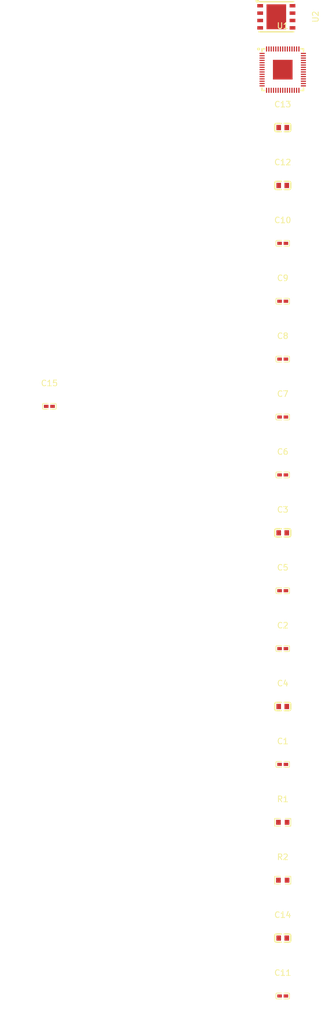
<source format=kicad_pcb>
(kicad_pcb (version 20241229) (generator "pcbnew") (generator_version "9.0")
  (layers (0 "F.Cu" signal) (2 "B.Cu" signal) (13 "F.Paste" user) (15 "B.Paste" user) (5 "F.SilkS" user "F.Silkscreen") (7 "B.SilkS" user "B.Silkscreen") (1 "F.Mask" user) (3 "B.Mask" user) (25 "Edge.Cuts" user))
  (net 0 "")
  (net 1 "GPIO8")
  (net 2 "GPIO21")
  (net 3 "USB_DP")
  (net 4 "RUN")
  (net 5 "line-5")
  (net 6 "VREG_AVDD")
  (net 7 "GPIO1")
  (net 8 "GPIO0")
  (net 9 "GPIO14")
  (net 10 "GPIO7")
  (net 11 "line-1")
  (net 12 "GPIO15")
  (net 13 "GPIO25")
  (net 14 "GPIO9")
  (net 15 "GPIO20")
  (net 16 "SWDIO")
  (net 17 "GPIO22")
  (net 18 "GPIO17")
  (net 19 "GPIO4")
  (net 20 "GPIO10")
  (net 21 "line-4")
  (net 22 "GPIO12")
  (net 23 "GPIO2")
  (net 24 "gnd")
  (net 25 "GPIO18")
  (net 26 "ADC_AVDD")
  (net 27 "USB_DM")
  (net 28 "XOUT")
  (net 29 "VREG_VIN")
  (net 30 "XIN")
  (net 31 "line-2")
  (net 32 "GPIO23")
  (net 33 "DVDD")
  (net 34 "GPIO16")
  (net 35 "VREG_FB")
  (net 36 "SWCLK")
  (net 37 "line-3")
  (net 38 "GPIO24")
  (net 39 "GPIO3")
  (net 40 "GPIO11")
  (net 41 "VREG_LX")
  (net 42 "GPIO6")
  (net 43 "line")
  (net 44 "GPIO19")
  (net 45 "GPIO5")
  (net 46 "GPIO13")
  (net 47 "QSPI_SD3")
  (net 48 "QSPI_SCLK")
  (net 49 "QSPI_SS")
  (net 50 "QSPI_SD1")
  (net 51 "QSPI_SD0")
  (net 52 "QSPI_SD2")
  (footprint "atopile:WSON-8_L5.0-W6.0-P1.27-BL-EP-01121c" (layer "F.Cu") (at 124.67 26.96 -90)
    (property "Reference" "U2" (at 0 -6.8 90) (layer "F.SilkS"))
    (property "Value" "")
    (fp_line (start -2.6 3) (end -2.6 -3) (stroke (width 0.25)) (layer "F.SilkS"))
    (fp_line (start 2.6 3) (end 2.6 -3) (stroke (width 0.25)) (layer "F.SilkS"))
    (fp_arc (start -2.75 3.3) (mid -2.75 3.3) (end -2.75 3.3) (stroke (width 0.3)) (layer "F.SilkS"))
    (fp_text user "${REFERENCE}" (at 0 -6.8 90) (layer "F.SilkS"))
    (pad "1" smd rect (at -1.91 2.8 90) (size 0.6 1) (layers "F.Cu" "F.Mask" "F.Paste") (net 49 "QSPI_SS"))
    (pad "2" smd rect (at -0.63 2.8 90) (size 0.6 1) (layers "F.Cu" "F.Mask" "F.Paste") (net 50 "QSPI_SD1"))
    (pad "3" smd rect (at 0.64 2.8 90) (size 0.6 1) (layers "F.Cu" "F.Mask" "F.Paste") (net 52 "QSPI_SD2"))
    (pad "4" smd rect (at 1.91 2.8 90) (size 0.6 1) (layers "F.Cu" "F.Mask" "F.Paste") (net 24 "gnd"))
    (pad "5" smd rect (at 1.91 -2.8 270) (size 0.6 1) (layers "F.Cu" "F.Mask" "F.Paste") (net 51 "QSPI_SD0"))
    (pad "6" smd rect (at 0.64 -2.8 270) (size 0.6 1) (layers "F.Cu" "F.Mask" "F.Paste") (net 48 "QSPI_SCLK"))
    (pad "7" smd rect (at -0.63 -2.8 270) (size 0.6 1) (layers "F.Cu" "F.Mask" "F.Paste") (net 47 "QSPI_SD3"))
    (pad "8" smd rect (at -1.91 -2.8 270) (size 0.6 1) (layers "F.Cu" "F.Mask" "F.Paste") (net 29 "VREG_VIN"))
    (pad "9" smd rect (at 0 0 90) (size 4.3 3.4) (layers "F.Cu" "F.Mask" "F.Paste") (net 24 "gnd"))
  )
  (footprint "atopile:C0402-b3ef17" (layer "F.Cu") (at 125.78 106.09)
    (property "Reference" "C6" (at 0 -4 0) (layer "F.SilkS"))
    (property "Value" "100nF ±10% 16V X7R")
    (fp_line (start -1.17 0.35) (end -1.17 -0.35) (stroke (width 0.15)) (layer "F.SilkS"))
    (fp_line (start -1.02 -0.5) (end -0.23 -0.5) (stroke (width 0.15)) (layer "F.SilkS"))
    (fp_line (start -0.23 0.5) (end -1.02 0.5) (stroke (width 0.15)) (layer "F.SilkS"))
    (fp_line (start 0.23 0.5) (end 1.02 0.5) (stroke (width 0.15)) (layer "F.SilkS"))
    (fp_line (start 1.02 -0.5) (end 0.23 -0.5) (stroke (width 0.15)) (layer "F.SilkS"))
    (fp_line (start 1.17 0.35) (end 1.17 -0.35) (stroke (width 0.15)) (layer "F.SilkS"))
    (fp_arc (start -1.17 -0.35) (mid -1.126066 -0.456066) (end -1.02 -0.5) (stroke (width 0.15)) (layer "F.SilkS"))
    (fp_arc (start -1.02 0.5) (mid -1.126066 0.456066) (end -1.17 0.35) (stroke (width 0.15)) (layer "F.SilkS"))
    (fp_arc (start 1.02 -0.5) (mid 1.126066 -0.456066) (end 1.17 -0.35) (stroke (width 0.15)) (layer "F.SilkS"))
    (fp_arc (start 1.17 0.35) (mid 1.126066 0.456066) (end 1.02 0.5) (stroke (width 0.15)) (layer "F.SilkS"))
    (fp_text user "${REFERENCE}" (at 0 -4 0) (layer "F.SilkS"))
    (pad "1" smd rect (at -0.55 0) (size 0.79 0.54) (layers "F.Cu" "F.Mask" "F.Paste") (net 29 "VREG_VIN"))
    (pad "2" smd rect (at 0.55 0) (size 0.79 0.54) (layers "F.Cu" "F.Mask" "F.Paste") (net 24 "gnd"))
  )
  (footprint "atopile:C0402-b3ef17" (layer "F.Cu") (at 125.78 76.09)
    (property "Reference" "C9" (at 0 -4 0) (layer "F.SilkS"))
    (property "Value" "100nF ±10% 16V X7R")
    (fp_line (start -1.17 0.35) (end -1.17 -0.35) (stroke (width 0.15)) (layer "F.SilkS"))
    (fp_line (start -1.02 -0.5) (end -0.23 -0.5) (stroke (width 0.15)) (layer "F.SilkS"))
    (fp_line (start -0.23 0.5) (end -1.02 0.5) (stroke (width 0.15)) (layer "F.SilkS"))
    (fp_line (start 0.23 0.5) (end 1.02 0.5) (stroke (width 0.15)) (layer "F.SilkS"))
    (fp_line (start 1.02 -0.5) (end 0.23 -0.5) (stroke (width 0.15)) (layer "F.SilkS"))
    (fp_line (start 1.17 0.35) (end 1.17 -0.35) (stroke (width 0.15)) (layer "F.SilkS"))
    (fp_arc (start -1.17 -0.35) (mid -1.126066 -0.456066) (end -1.02 -0.5) (stroke (width 0.15)) (layer "F.SilkS"))
    (fp_arc (start -1.02 0.5) (mid -1.126066 0.456066) (end -1.17 0.35) (stroke (width 0.15)) (layer "F.SilkS"))
    (fp_arc (start 1.02 -0.5) (mid 1.126066 -0.456066) (end 1.17 -0.35) (stroke (width 0.15)) (layer "F.SilkS"))
    (fp_arc (start 1.17 0.35) (mid 1.126066 0.456066) (end 1.02 0.5) (stroke (width 0.15)) (layer "F.SilkS"))
    (fp_text user "${REFERENCE}" (at 0 -4 0) (layer "F.SilkS"))
    (pad "1" smd rect (at -0.55 0) (size 0.79 0.54) (layers "F.Cu" "F.Mask" "F.Paste") (net 29 "VREG_VIN"))
    (pad "2" smd rect (at 0.55 0) (size 0.79 0.54) (layers "F.Cu" "F.Mask" "F.Paste") (net 24 "gnd"))
  )
  (footprint "atopile:C0402-b3ef17" (layer "F.Cu") (at 125.78 86.09)
    (property "Reference" "C8" (at 0 -4 0) (layer "F.SilkS"))
    (property "Value" "100nF ±10% 16V X7R")
    (fp_line (start -1.17 0.35) (end -1.17 -0.35) (stroke (width 0.15)) (layer "F.SilkS"))
    (fp_line (start -1.02 -0.5) (end -0.23 -0.5) (stroke (width 0.15)) (layer "F.SilkS"))
    (fp_line (start -0.23 0.5) (end -1.02 0.5) (stroke (width 0.15)) (layer "F.SilkS"))
    (fp_line (start 0.23 0.5) (end 1.02 0.5) (stroke (width 0.15)) (layer "F.SilkS"))
    (fp_line (start 1.02 -0.5) (end 0.23 -0.5) (stroke (width 0.15)) (layer "F.SilkS"))
    (fp_line (start 1.17 0.35) (end 1.17 -0.35) (stroke (width 0.15)) (layer "F.SilkS"))
    (fp_arc (start -1.17 -0.35) (mid -1.126066 -0.456066) (end -1.02 -0.5) (stroke (width 0.15)) (layer "F.SilkS"))
    (fp_arc (start -1.02 0.5) (mid -1.126066 0.456066) (end -1.17 0.35) (stroke (width 0.15)) (layer "F.SilkS"))
    (fp_arc (start 1.02 -0.5) (mid 1.126066 -0.456066) (end 1.17 -0.35) (stroke (width 0.15)) (layer "F.SilkS"))
    (fp_arc (start 1.17 0.35) (mid 1.126066 0.456066) (end 1.02 0.5) (stroke (width 0.15)) (layer "F.SilkS"))
    (fp_text user "${REFERENCE}" (at 0 -4 0) (layer "F.SilkS"))
    (pad "1" smd rect (at -0.55 0) (size 0.79 0.54) (layers "F.Cu" "F.Mask" "F.Paste") (net 29 "VREG_VIN"))
    (pad "2" smd rect (at 0.55 0) (size 0.79 0.54) (layers "F.Cu" "F.Mask" "F.Paste") (net 24 "gnd"))
  )
  (footprint "atopile:C0603-bd72f6" (layer "F.Cu") (at 125.78 56.09)
    (property "Reference" "C12" (at 0 -4 0) (layer "F.SilkS"))
    (property "Value" "4.7µF ±10% 10V X5R")
    (fp_line (start -1.39 0.4) (end -1.39 -0.4) (stroke (width 0.25)) (layer "F.SilkS"))
    (fp_line (start -0.28 -0.71) (end -1.08 -0.71) (stroke (width 0.25)) (layer "F.SilkS"))
    (fp_line (start -0.28 0.71) (end -1.08 0.71) (stroke (width 0.25)) (layer "F.SilkS"))
    (fp_line (start 0.28 -0.71) (end 1.08 -0.71) (stroke (width 0.25)) (layer "F.SilkS"))
    (fp_line (start 0.28 0.71) (end 1.08 0.71) (stroke (width 0.25)) (layer "F.SilkS"))
    (fp_line (start 1.39 -0.4) (end 1.39 0.4) (stroke (width 0.25)) (layer "F.SilkS"))
    (fp_arc (start -1.39 -0.4) (mid -1.299203 -0.619203) (end -1.08 -0.71) (stroke (width 0.25)) (layer "F.SilkS"))
    (fp_arc (start -1.08 0.71) (mid -1.299203 0.619203) (end -1.39 0.4) (stroke (width 0.25)) (layer "F.SilkS"))
    (fp_arc (start 1.08 -0.71) (mid 1.299203 -0.619203) (end 1.39 -0.4) (stroke (width 0.25)) (layer "F.SilkS"))
    (fp_arc (start 1.39 0.4) (mid 1.299203 0.619203) (end 1.08 0.71) (stroke (width 0.25)) (layer "F.SilkS"))
    (fp_text user "${REFERENCE}" (at 0 -4 0) (layer "F.SilkS"))
    (pad "1" smd rect (at -0.7 0) (size 0.8 0.9) (layers "F.Cu" "F.Mask" "F.Paste") (net 29 "VREG_VIN"))
    (pad "2" smd rect (at 0.7 0) (size 0.8 0.9) (layers "F.Cu" "F.Mask" "F.Paste") (net 24 "gnd"))
  )
  (footprint "atopile:QFN-60_L7.0-W7.0-P0.40-TL-EP3.4-c01870" (layer "F.Cu") (at 125.78 36.09)
    (property "Reference" "U1" (at 0 -7.57 0) (layer "F.SilkS"))
    (property "Value" "")
    (fp_line (start -3.6 -3.6) (end -3.6 -3.13) (stroke (width 0.25)) (layer "F.SilkS"))
    (fp_line (start -3.6 3.14) (end -3.6 3.6) (stroke (width 0.25)) (layer "F.SilkS"))
    (fp_line (start -3.6 3.6) (end -3.13 3.6) (stroke (width 0.25)) (layer "F.SilkS"))
    (fp_line (start -3.2 -3.6) (end -3.6 -3.6) (stroke (width 0.25)) (layer "F.SilkS"))
    (fp_line (start -3.13 -3.6) (end -3.2 -3.6) (stroke (width 0.25)) (layer "F.SilkS"))
    (fp_line (start 3.13 3.6) (end 3.6 3.6) (stroke (width 0.25)) (layer "F.SilkS"))
    (fp_line (start 3.6 -3.6) (end 3.13 -3.6) (stroke (width 0.25)) (layer "F.SilkS"))
    (fp_line (start 3.6 -3.13) (end 3.6 -3.6) (stroke (width 0.25)) (layer "F.SilkS"))
    (fp_line (start 3.6 3.6) (end 3.6 3.14) (stroke (width 0.25)) (layer "F.SilkS"))
    (fp_circle (center -4.19 -3.56) (end -4.06 -3.56) (stroke (width 0.25)) (fill no) (layer "F.SilkS"))
    (fp_text user "${REFERENCE}" (at 0 -7.57 0) (layer "F.SilkS"))
    (pad "1" smd rect (at -3.58 -2.8) (size 0.88 0.2) (layers "F.Cu" "F.Mask" "F.Paste") (net 29 "VREG_VIN"))
    (pad "2" smd rect (at -3.58 -2.4) (size 0.88 0.2) (layers "F.Cu" "F.Mask" "F.Paste") (net 8 "GPIO0"))
    (pad "3" smd rect (at -3.58 -2) (size 0.88 0.2) (layers "F.Cu" "F.Mask" "F.Paste") (net 7 "GPIO1"))
    (pad "4" smd rect (at -3.58 -1.6) (size 0.88 0.2) (layers "F.Cu" "F.Mask" "F.Paste") (net 23 "GPIO2"))
    (pad "5" smd rect (at -3.58 -1.2) (size 0.88 0.2) (layers "F.Cu" "F.Mask" "F.Paste") (net 39 "GPIO3"))
    (pad "6" smd rect (at -3.58 -0.8) (size 0.88 0.2) (layers "F.Cu" "F.Mask" "F.Paste") (net 33 "DVDD"))
    (pad "7" smd rect (at -3.58 -0.4) (size 0.88 0.2) (layers "F.Cu" "F.Mask" "F.Paste") (net 19 "GPIO4"))
    (pad "8" smd rect (at -3.58 0) (size 0.88 0.2) (layers "F.Cu" "F.Mask" "F.Paste") (net 45 "GPIO5"))
    (pad "9" smd rect (at -3.58 0.4) (size 0.88 0.2) (layers "F.Cu" "F.Mask" "F.Paste") (net 42 "GPIO6"))
    (pad "10" smd rect (at -3.58 0.8) (size 0.88 0.2) (layers "F.Cu" "F.Mask" "F.Paste") (net 10 "GPIO7"))
    (pad "11" smd rect (at -3.58 1.2) (size 0.88 0.2) (layers "F.Cu" "F.Mask" "F.Paste") (net 29 "VREG_VIN"))
    (pad "12" smd rect (at -3.58 1.6) (size 0.88 0.2) (layers "F.Cu" "F.Mask" "F.Paste") (net 1 "GPIO8"))
    (pad "13" smd rect (at -3.58 2) (size 0.88 0.2) (layers "F.Cu" "F.Mask" "F.Paste") (net 14 "GPIO9"))
    (pad "14" smd rect (at -3.58 2.4) (size 0.88 0.2) (layers "F.Cu" "F.Mask" "F.Paste") (net 20 "GPIO10"))
    (pad "15" smd rect (at -3.58 2.8) (size 0.88 0.2) (layers "F.Cu" "F.Mask" "F.Paste") (net 40 "GPIO11"))
    (pad "16" smd rect (at -2.8 3.57) (size 0.2 0.88) (layers "F.Cu" "F.Mask" "F.Paste") (net 22 "GPIO12"))
    (pad "17" smd rect (at -2.4 3.57) (size 0.2 0.88) (layers "F.Cu" "F.Mask" "F.Paste") (net 46 "GPIO13"))
    (pad "18" smd rect (at -2 3.57) (size 0.2 0.88) (layers "F.Cu" "F.Mask" "F.Paste") (net 9 "GPIO14"))
    (pad "19" smd rect (at -1.6 3.57) (size 0.2 0.88) (layers "F.Cu" "F.Mask" "F.Paste") (net 12 "GPIO15"))
    (pad "20" smd rect (at -1.2 3.57) (size 0.2 0.88) (layers "F.Cu" "F.Mask" "F.Paste") (net 29 "VREG_VIN"))
    (pad "21" smd rect (at -0.8 3.57) (size 0.2 0.88) (layers "F.Cu" "F.Mask" "F.Paste") (net 30 "XIN"))
    (pad "22" smd rect (at -0.4 3.57) (size 0.2 0.88) (layers "F.Cu" "F.Mask" "F.Paste") (net 28 "XOUT"))
    (pad "23" smd rect (at 0 3.57) (size 0.2 0.88) (layers "F.Cu" "F.Mask" "F.Paste") (net 33 "DVDD"))
    (pad "24" smd rect (at 0.4 3.57) (size 0.2 0.88) (layers "F.Cu" "F.Mask" "F.Paste") (net 36 "SWCLK"))
    (pad "25" smd rect (at 0.8 3.57) (size 0.2 0.88) (layers "F.Cu" "F.Mask" "F.Paste") (net 16 "SWDIO"))
    (pad "26" smd rect (at 1.2 3.57) (size 0.2 0.88) (layers "F.Cu" "F.Mask" "F.Paste") (net 4 "RUN"))
    (pad "27" smd rect (at 1.6 3.57) (size 0.2 0.88) (layers "F.Cu" "F.Mask" "F.Paste") (net 34 "GPIO16"))
    (pad "28" smd rect (at 2 3.57) (size 0.2 0.88) (layers "F.Cu" "F.Mask" "F.Paste") (net 18 "GPIO17"))
    (pad "29" smd rect (at 2.4 3.57) (size 0.2 0.88) (layers "F.Cu" "F.Mask" "F.Paste") (net 25 "GPIO18"))
    (pad "30" smd rect (at 2.8 3.57) (size 0.2 0.88) (layers "F.Cu" "F.Mask" "F.Paste") (net 29 "VREG_VIN"))
    (pad "31" smd rect (at 3.58 2.8) (size 0.88 0.2) (layers "F.Cu" "F.Mask" "F.Paste") (net 44 "GPIO19"))
    (pad "32" smd rect (at 3.58 2.4) (size 0.88 0.2) (layers "F.Cu" "F.Mask" "F.Paste") (net 15 "GPIO20"))
    (pad "33" smd rect (at 3.58 2) (size 0.88 0.2) (layers "F.Cu" "F.Mask" "F.Paste") (net 2 "GPIO21"))
    (pad "34" smd rect (at 3.58 1.6) (size 0.88 0.2) (layers "F.Cu" "F.Mask" "F.Paste") (net 17 "GPIO22"))
    (pad "35" smd rect (at 3.58 1.2) (size 0.88 0.2) (layers "F.Cu" "F.Mask" "F.Paste") (net 32 "GPIO23"))
    (pad "36" smd rect (at 3.58 0.8) (size 0.88 0.2) (layers "F.Cu" "F.Mask" "F.Paste") (net 38 "GPIO24"))
    (pad "37" smd rect (at 3.58 0.4) (size 0.88 0.2) (layers "F.Cu" "F.Mask" "F.Paste") (net 13 "GPIO25"))
    (pad "38" smd rect (at 3.58 0) (size 0.88 0.2) (layers "F.Cu" "F.Mask" "F.Paste") (net 29 "VREG_VIN"))
    (pad "39" smd rect (at 3.58 -0.4) (size 0.88 0.2) (layers "F.Cu" "F.Mask" "F.Paste") (net 33 "DVDD"))
    (pad "40" smd rect (at 3.58 -0.8) (size 0.88 0.2) (layers "F.Cu" "F.Mask" "F.Paste") (net 5 "line-5"))
    (pad "41" smd rect (at 3.58 -1.2) (size 0.88 0.2) (layers "F.Cu" "F.Mask" "F.Paste") (net 43 "line"))
    (pad "42" smd rect (at 3.58 -1.6) (size 0.88 0.2) (layers "F.Cu" "F.Mask" "F.Paste") (net 37 "line-3"))
    (pad "43" smd rect (at 3.58 -2) (size 0.88 0.2) (layers "F.Cu" "F.Mask" "F.Paste") (net 21 "line-4"))
    (pad "44" smd rect (at 3.58 -2.4) (size 0.88 0.2) (layers "F.Cu" "F.Mask" "F.Paste") (net 26 "ADC_AVDD"))
    (pad "45" smd rect (at 3.58 -2.8) (size 0.88 0.2) (layers "F.Cu" "F.Mask" "F.Paste") (net 29 "VREG_VIN"))
    (pad "46" smd rect (at 2.8 -3.57) (size 0.2 0.88) (layers "F.Cu" "F.Mask" "F.Paste") (net 6 "VREG_AVDD"))
    (pad "47" smd rect (at 2.4 -3.57) (size 0.2 0.88) (layers "F.Cu" "F.Mask" "F.Paste") (net 24 "gnd"))
    (pad "48" smd rect (at 2 -3.57) (size 0.2 0.88) (layers "F.Cu" "F.Mask" "F.Paste") (net 41 "VREG_LX"))
    (pad "49" smd rect (at 1.6 -3.57) (size 0.2 0.88) (layers "F.Cu" "F.Mask" "F.Paste") (net 29 "VREG_VIN"))
    (pad "50" smd rect (at 1.2 -3.57) (size 0.2 0.88) (layers "F.Cu" "F.Mask" "F.Paste") (net 35 "VREG_FB"))
    (pad "51" smd rect (at 0.8 -3.57) (size 0.2 0.88) (layers "F.Cu" "F.Mask" "F.Paste") (net 27 "USB_DM"))
    (pad "52" smd rect (at 0.4 -3.57) (size 0.2 0.88) (layers "F.Cu" "F.Mask" "F.Paste") (net 3 "USB_DP"))
    (pad "53" smd rect (at 0 -3.57) (size 0.2 0.88) (layers "F.Cu" "F.Mask" "F.Paste") (net 29 "VREG_VIN"))
    (pad "54" smd rect (at -0.4 -3.57) (size 0.2 0.88) (layers "F.Cu" "F.Mask" "F.Paste") (net 29 "VREG_VIN"))
    (pad "55" smd rect (at -0.8 -3.57) (size 0.2 0.88) (layers "F.Cu" "F.Mask" "F.Paste") (net 47 "QSPI_SD3"))
    (pad "56" smd rect (at -1.2 -3.57) (size 0.2 0.88) (layers "F.Cu" "F.Mask" "F.Paste") (net 48 "QSPI_SCLK"))
    (pad "57" smd rect (at -1.6 -3.57) (size 0.2 0.88) (layers "F.Cu" "F.Mask" "F.Paste") (net 51 "QSPI_SD0"))
    (pad "58" smd rect (at -2 -3.57) (size 0.2 0.88) (layers "F.Cu" "F.Mask" "F.Paste") (net 52 "QSPI_SD2"))
    (pad "59" smd rect (at -2.4 -3.57) (size 0.2 0.88) (layers "F.Cu" "F.Mask" "F.Paste") (net 50 "QSPI_SD1"))
    (pad "60" smd rect (at -2.8 -3.57) (size 0.2 0.88) (layers "F.Cu" "F.Mask" "F.Paste") (net 49 "QSPI_SS"))
    (pad "61" smd rect (at 0 0) (size 3.4 3.4) (layers "F.Cu" "F.Mask" "F.Paste") (net 24 "gnd"))
  )
  (footprint "atopile:C0402-b3ef17" (layer "F.Cu") (at 125.78 136.09)
    (property "Reference" "C2" (at 0 -4 0) (layer "F.SilkS"))
    (property "Value" "100nF ±10% 16V X7R")
    (fp_line (start -1.17 0.35) (end -1.17 -0.35) (stroke (width 0.15)) (layer "F.SilkS"))
    (fp_line (start -1.02 -0.5) (end -0.23 -0.5) (stroke (width 0.15)) (layer "F.SilkS"))
    (fp_line (start -0.23 0.5) (end -1.02 0.5) (stroke (width 0.15)) (layer "F.SilkS"))
    (fp_line (start 0.23 0.5) (end 1.02 0.5) (stroke (width 0.15)) (layer "F.SilkS"))
    (fp_line (start 1.02 -0.5) (end 0.23 -0.5) (stroke (width 0.15)) (layer "F.SilkS"))
    (fp_line (start 1.17 0.35) (end 1.17 -0.35) (stroke (width 0.15)) (layer "F.SilkS"))
    (fp_arc (start -1.17 -0.35) (mid -1.126066 -0.456066) (end -1.02 -0.5) (stroke (width 0.15)) (layer "F.SilkS"))
    (fp_arc (start -1.02 0.5) (mid -1.126066 0.456066) (end -1.17 0.35) (stroke (width 0.15)) (layer "F.SilkS"))
    (fp_arc (start 1.02 -0.5) (mid 1.126066 -0.456066) (end 1.17 -0.35) (stroke (width 0.15)) (layer "F.SilkS"))
    (fp_arc (start 1.17 0.35) (mid 1.126066 0.456066) (end 1.02 0.5) (stroke (width 0.15)) (layer "F.SilkS"))
    (fp_text user "${REFERENCE}" (at 0 -4 0) (layer "F.SilkS"))
    (pad "1" smd rect (at -0.55 0) (size 0.79 0.54) (layers "F.Cu" "F.Mask" "F.Paste") (net 29 "VREG_VIN"))
    (pad "2" smd rect (at 0.55 0) (size 0.79 0.54) (layers "F.Cu" "F.Mask" "F.Paste") (net 24 "gnd"))
  )
  (footprint "atopile:C0603-bd72f6" (layer "F.Cu") (at 125.78 146.09)
    (property "Reference" "C4" (at 0 -4 0) (layer "F.SilkS"))
    (property "Value" "4.7µF ±10% 10V X5R")
    (fp_line (start -1.39 0.4) (end -1.39 -0.4) (stroke (width 0.25)) (layer "F.SilkS"))
    (fp_line (start -0.28 -0.71) (end -1.08 -0.71) (stroke (width 0.25)) (layer "F.SilkS"))
    (fp_line (start -0.28 0.71) (end -1.08 0.71) (stroke (width 0.25)) (layer "F.SilkS"))
    (fp_line (start 0.28 -0.71) (end 1.08 -0.71) (stroke (width 0.25)) (layer "F.SilkS"))
    (fp_line (start 0.28 0.71) (end 1.08 0.71) (stroke (width 0.25)) (layer "F.SilkS"))
    (fp_line (start 1.39 -0.4) (end 1.39 0.4) (stroke (width 0.25)) (layer "F.SilkS"))
    (fp_arc (start -1.39 -0.4) (mid -1.299203 -0.619203) (end -1.08 -0.71) (stroke (width 0.25)) (layer "F.SilkS"))
    (fp_arc (start -1.08 0.71) (mid -1.299203 0.619203) (end -1.39 0.4) (stroke (width 0.25)) (layer "F.SilkS"))
    (fp_arc (start 1.08 -0.71) (mid 1.299203 -0.619203) (end 1.39 -0.4) (stroke (width 0.25)) (layer "F.SilkS"))
    (fp_arc (start 1.39 0.4) (mid 1.299203 0.619203) (end 1.08 0.71) (stroke (width 0.25)) (layer "F.SilkS"))
    (fp_text user "${REFERENCE}" (at 0 -4 0) (layer "F.SilkS"))
    (pad "1" smd rect (at -0.7 0) (size 0.8 0.9) (layers "F.Cu" "F.Mask" "F.Paste") (net 29 "VREG_VIN"))
    (pad "2" smd rect (at 0.7 0) (size 0.8 0.9) (layers "F.Cu" "F.Mask" "F.Paste") (net 24 "gnd"))
  )
  (footprint "atopile:C0402-b3ef17" (layer "F.Cu") (at 125.78 96.09)
    (property "Reference" "C7" (at 0 -4 0) (layer "F.SilkS"))
    (property "Value" "100nF ±10% 16V X7R")
    (fp_line (start -1.17 0.35) (end -1.17 -0.35) (stroke (width 0.15)) (layer "F.SilkS"))
    (fp_line (start -1.02 -0.5) (end -0.23 -0.5) (stroke (width 0.15)) (layer "F.SilkS"))
    (fp_line (start -0.23 0.5) (end -1.02 0.5) (stroke (width 0.15)) (layer "F.SilkS"))
    (fp_line (start 0.23 0.5) (end 1.02 0.5) (stroke (width 0.15)) (layer "F.SilkS"))
    (fp_line (start 1.02 -0.5) (end 0.23 -0.5) (stroke (width 0.15)) (layer "F.SilkS"))
    (fp_line (start 1.17 0.35) (end 1.17 -0.35) (stroke (width 0.15)) (layer "F.SilkS"))
    (fp_arc (start -1.17 -0.35) (mid -1.126066 -0.456066) (end -1.02 -0.5) (stroke (width 0.15)) (layer "F.SilkS"))
    (fp_arc (start -1.02 0.5) (mid -1.126066 0.456066) (end -1.17 0.35) (stroke (width 0.15)) (layer "F.SilkS"))
    (fp_arc (start 1.02 -0.5) (mid 1.126066 -0.456066) (end 1.17 -0.35) (stroke (width 0.15)) (layer "F.SilkS"))
    (fp_arc (start 1.17 0.35) (mid 1.126066 0.456066) (end 1.02 0.5) (stroke (width 0.15)) (layer "F.SilkS"))
    (fp_text user "${REFERENCE}" (at 0 -4 0) (layer "F.SilkS"))
    (pad "1" smd rect (at -0.55 0) (size 0.79 0.54) (layers "F.Cu" "F.Mask" "F.Paste") (net 29 "VREG_VIN"))
    (pad "2" smd rect (at 0.55 0) (size 0.79 0.54) (layers "F.Cu" "F.Mask" "F.Paste") (net 24 "gnd"))
  )
  (footprint "atopile:C0603-bd72f6" (layer "F.Cu") (at 125.78 186.09)
    (property "Reference" "C14" (at 0 -4 0) (layer "F.SilkS"))
    (property "Value" "4.7µF ±10% 10V X5R")
    (fp_line (start -1.39 0.4) (end -1.39 -0.4) (stroke (width 0.25)) (layer "F.SilkS"))
    (fp_line (start -0.28 -0.71) (end -1.08 -0.71) (stroke (width 0.25)) (layer "F.SilkS"))
    (fp_line (start -0.28 0.71) (end -1.08 0.71) (stroke (width 0.25)) (layer "F.SilkS"))
    (fp_line (start 0.28 -0.71) (end 1.08 -0.71) (stroke (width 0.25)) (layer "F.SilkS"))
    (fp_line (start 0.28 0.71) (end 1.08 0.71) (stroke (width 0.25)) (layer "F.SilkS"))
    (fp_line (start 1.39 -0.4) (end 1.39 0.4) (stroke (width 0.25)) (layer "F.SilkS"))
    (fp_arc (start -1.39 -0.4) (mid -1.299203 -0.619203) (end -1.08 -0.71) (stroke (width 0.25)) (layer "F.SilkS"))
    (fp_arc (start -1.08 0.71) (mid -1.299203 0.619203) (end -1.39 0.4) (stroke (width 0.25)) (layer "F.SilkS"))
    (fp_arc (start 1.08 -0.71) (mid 1.299203 -0.619203) (end 1.39 -0.4) (stroke (width 0.25)) (layer "F.SilkS"))
    (fp_arc (start 1.39 0.4) (mid 1.299203 0.619203) (end 1.08 0.71) (stroke (width 0.25)) (layer "F.SilkS"))
    (fp_text user "${REFERENCE}" (at 0 -4 0) (layer "F.SilkS"))
    (pad "1" smd rect (at -0.7 0) (size 0.8 0.9) (layers "F.Cu" "F.Mask" "F.Paste") (net 29 "VREG_VIN"))
    (pad "2" smd rect (at 0.7 0) (size 0.8 0.9) (layers "F.Cu" "F.Mask" "F.Paste") (net 24 "gnd"))
  )
  (footprint "atopile:C0603-bd72f6" (layer "F.Cu") (at 125.78 116.09)
    (property "Reference" "C3" (at 0 -4 0) (layer "F.SilkS"))
    (property "Value" "4.7µF ±10% 10V X5R")
    (fp_line (start -1.39 0.4) (end -1.39 -0.4) (stroke (width 0.25)) (layer "F.SilkS"))
    (fp_line (start -0.28 -0.71) (end -1.08 -0.71) (stroke (width 0.25)) (layer "F.SilkS"))
    (fp_line (start -0.28 0.71) (end -1.08 0.71) (stroke (width 0.25)) (layer "F.SilkS"))
    (fp_line (start 0.28 -0.71) (end 1.08 -0.71) (stroke (width 0.25)) (layer "F.SilkS"))
    (fp_line (start 0.28 0.71) (end 1.08 0.71) (stroke (width 0.25)) (layer "F.SilkS"))
    (fp_line (start 1.39 -0.4) (end 1.39 0.4) (stroke (width 0.25)) (layer "F.SilkS"))
    (fp_arc (start -1.39 -0.4) (mid -1.299203 -0.619203) (end -1.08 -0.71) (stroke (width 0.25)) (layer "F.SilkS"))
    (fp_arc (start -1.08 0.71) (mid -1.299203 0.619203) (end -1.39 0.4) (stroke (width 0.25)) (layer "F.SilkS"))
    (fp_arc (start 1.08 -0.71) (mid 1.299203 -0.619203) (end 1.39 -0.4) (stroke (width 0.25)) (layer "F.SilkS"))
    (fp_arc (start 1.39 0.4) (mid 1.299203 0.619203) (end 1.08 0.71) (stroke (width 0.25)) (layer "F.SilkS"))
    (fp_text user "${REFERENCE}" (at 0 -4 0) (layer "F.SilkS"))
    (pad "1" smd rect (at -0.7 0) (size 0.8 0.9) (layers "F.Cu" "F.Mask" "F.Paste") (net 29 "VREG_VIN"))
    (pad "2" smd rect (at 0.7 0) (size 0.8 0.9) (layers "F.Cu" "F.Mask" "F.Paste") (net 24 "gnd"))
  )
  (footprint "atopile:C0402-b3ef17" (layer "F.Cu") (at 125.78 156.09)
    (property "Reference" "C1" (at 0 -4 0) (layer "F.SilkS"))
    (property "Value" "100nF ±10% 16V X7R")
    (fp_line (start -1.17 0.35) (end -1.17 -0.35) (stroke (width 0.15)) (layer "F.SilkS"))
    (fp_line (start -1.02 -0.5) (end -0.23 -0.5) (stroke (width 0.15)) (layer "F.SilkS"))
    (fp_line (start -0.23 0.5) (end -1.02 0.5) (stroke (width 0.15)) (layer "F.SilkS"))
    (fp_line (start 0.23 0.5) (end 1.02 0.5) (stroke (width 0.15)) (layer "F.SilkS"))
    (fp_line (start 1.02 -0.5) (end 0.23 -0.5) (stroke (width 0.15)) (layer "F.SilkS"))
    (fp_line (start 1.17 0.35) (end 1.17 -0.35) (stroke (width 0.15)) (layer "F.SilkS"))
    (fp_arc (start -1.17 -0.35) (mid -1.126066 -0.456066) (end -1.02 -0.5) (stroke (width 0.15)) (layer "F.SilkS"))
    (fp_arc (start -1.02 0.5) (mid -1.126066 0.456066) (end -1.17 0.35) (stroke (width 0.15)) (layer "F.SilkS"))
    (fp_arc (start 1.02 -0.5) (mid 1.126066 -0.456066) (end 1.17 -0.35) (stroke (width 0.15)) (layer "F.SilkS"))
    (fp_arc (start 1.17 0.35) (mid 1.126066 0.456066) (end 1.02 0.5) (stroke (width 0.15)) (layer "F.SilkS"))
    (fp_text user "${REFERENCE}" (at 0 -4 0) (layer "F.SilkS"))
    (pad "1" smd rect (at -0.55 0) (size 0.79 0.54) (layers "F.Cu" "F.Mask" "F.Paste") (net 29 "VREG_VIN"))
    (pad "2" smd rect (at 0.55 0) (size 0.79 0.54) (layers "F.Cu" "F.Mask" "F.Paste") (net 24 "gnd"))
  )
  (footprint "atopile:C0402-b3ef17" (layer "F.Cu") (at 125.78 126.09)
    (property "Reference" "C5" (at 0 -4 0) (layer "F.SilkS"))
    (property "Value" "100nF ±10% 16V X7R")
    (fp_line (start -1.17 0.35) (end -1.17 -0.35) (stroke (width 0.15)) (layer "F.SilkS"))
    (fp_line (start -1.02 -0.5) (end -0.23 -0.5) (stroke (width 0.15)) (layer "F.SilkS"))
    (fp_line (start -0.23 0.5) (end -1.02 0.5) (stroke (width 0.15)) (layer "F.SilkS"))
    (fp_line (start 0.23 0.5) (end 1.02 0.5) (stroke (width 0.15)) (layer "F.SilkS"))
    (fp_line (start 1.02 -0.5) (end 0.23 -0.5) (stroke (width 0.15)) (layer "F.SilkS"))
    (fp_line (start 1.17 0.35) (end 1.17 -0.35) (stroke (width 0.15)) (layer "F.SilkS"))
    (fp_arc (start -1.17 -0.35) (mid -1.126066 -0.456066) (end -1.02 -0.5) (stroke (width 0.15)) (layer "F.SilkS"))
    (fp_arc (start -1.02 0.5) (mid -1.126066 0.456066) (end -1.17 0.35) (stroke (width 0.15)) (layer "F.SilkS"))
    (fp_arc (start 1.02 -0.5) (mid 1.126066 -0.456066) (end 1.17 -0.35) (stroke (width 0.15)) (layer "F.SilkS"))
    (fp_arc (start 1.17 0.35) (mid 1.126066 0.456066) (end 1.02 0.5) (stroke (width 0.15)) (layer "F.SilkS"))
    (fp_text user "${REFERENCE}" (at 0 -4 0) (layer "F.SilkS"))
    (pad "1" smd rect (at -0.55 0) (size 0.79 0.54) (layers "F.Cu" "F.Mask" "F.Paste") (net 29 "VREG_VIN"))
    (pad "2" smd rect (at 0.55 0) (size 0.79 0.54) (layers "F.Cu" "F.Mask" "F.Paste") (net 24 "gnd"))
  )
  (footprint "atopile:C0603-bd72f6" (layer "F.Cu") (at 125.78 46.09)
    (property "Reference" "C13" (at 0 -4 0) (layer "F.SilkS"))
    (property "Value" "4.7µF ±10% 10V X5R")
    (fp_line (start -1.39 0.4) (end -1.39 -0.4) (stroke (width 0.25)) (layer "F.SilkS"))
    (fp_line (start -0.28 -0.71) (end -1.08 -0.71) (stroke (width 0.25)) (layer "F.SilkS"))
    (fp_line (start -0.28 0.71) (end -1.08 0.71) (stroke (width 0.25)) (layer "F.SilkS"))
    (fp_line (start 0.28 -0.71) (end 1.08 -0.71) (stroke (width 0.25)) (layer "F.SilkS"))
    (fp_line (start 0.28 0.71) (end 1.08 0.71) (stroke (width 0.25)) (layer "F.SilkS"))
    (fp_line (start 1.39 -0.4) (end 1.39 0.4) (stroke (width 0.25)) (layer "F.SilkS"))
    (fp_arc (start -1.39 -0.4) (mid -1.299203 -0.619203) (end -1.08 -0.71) (stroke (width 0.25)) (layer "F.SilkS"))
    (fp_arc (start -1.08 0.71) (mid -1.299203 0.619203) (end -1.39 0.4) (stroke (width 0.25)) (layer "F.SilkS"))
    (fp_arc (start 1.08 -0.71) (mid 1.299203 -0.619203) (end 1.39 -0.4) (stroke (width 0.25)) (layer "F.SilkS"))
    (fp_arc (start 1.39 0.4) (mid 1.299203 0.619203) (end 1.08 0.71) (stroke (width 0.25)) (layer "F.SilkS"))
    (fp_text user "${REFERENCE}" (at 0 -4 0) (layer "F.SilkS"))
    (pad "1" smd rect (at -0.7 0) (size 0.8 0.9) (layers "F.Cu" "F.Mask" "F.Paste") (net 29 "VREG_VIN"))
    (pad "2" smd rect (at 0.7 0) (size 0.8 0.9) (layers "F.Cu" "F.Mask" "F.Paste") (net 24 "gnd"))
  )
  (footprint "atopile:C0402-b3ef17" (layer "F.Cu") (at 85.36 94.25)
    (property "Reference" "C15" (at 0 -4 0) (layer "F.SilkS"))
    (property "Value" "100nF ±10% 16V X7R")
    (fp_line (start -1.17 0.35) (end -1.17 -0.35) (stroke (width 0.15)) (layer "F.SilkS"))
    (fp_line (start -1.02 -0.5) (end -0.23 -0.5) (stroke (width 0.15)) (layer "F.SilkS"))
    (fp_line (start -0.23 0.5) (end -1.02 0.5) (stroke (width 0.15)) (layer "F.SilkS"))
    (fp_line (start 0.23 0.5) (end 1.02 0.5) (stroke (width 0.15)) (layer "F.SilkS"))
    (fp_line (start 1.02 -0.5) (end 0.23 -0.5) (stroke (width 0.15)) (layer "F.SilkS"))
    (fp_line (start 1.17 0.35) (end 1.17 -0.35) (stroke (width 0.15)) (layer "F.SilkS"))
    (fp_arc (start -1.17 -0.35) (mid -1.126066 -0.456066) (end -1.02 -0.5) (stroke (width 0.15)) (layer "F.SilkS"))
    (fp_arc (start -1.02 0.5) (mid -1.126066 0.456066) (end -1.17 0.35) (stroke (width 0.15)) (layer "F.SilkS"))
    (fp_arc (start 1.02 -0.5) (mid 1.126066 -0.456066) (end 1.17 -0.35) (stroke (width 0.15)) (layer "F.SilkS"))
    (fp_arc (start 1.17 0.35) (mid 1.126066 0.456066) (end 1.02 0.5) (stroke (width 0.15)) (layer "F.SilkS"))
    (fp_text user "${REFERENCE}" (at 0 -4 0) (layer "F.SilkS"))
    (pad "1" smd rect (at -0.55 0) (size 0.79 0.54) (layers "F.Cu" "F.Mask" "F.Paste") (net 29 "VREG_VIN"))
    (pad "2" smd rect (at 0.55 0) (size 0.79 0.54) (layers "F.Cu" "F.Mask" "F.Paste") (net 24 "gnd"))
  )
  (footprint "atopile:R0603-ebcab9" (layer "F.Cu") (at 125.78 176.09)
    (property "Reference" "R2" (at 0 -4 0) (layer "F.SilkS"))
    (property "Value" "10kΩ ±1% 100mW")
    (fp_line (start -1.39 -0.66) (end -0.43 -0.66) (stroke (width 0.15)) (layer "F.SilkS"))
    (fp_line (start -1.39 0.66) (end -1.39 -0.66) (stroke (width 0.15)) (layer "F.SilkS"))
    (fp_line (start -0.43 0.66) (end -1.39 0.66) (stroke (width 0.15)) (layer "F.SilkS"))
    (fp_line (start 0.43 0.66) (end 1.39 0.66) (stroke (width 0.15)) (layer "F.SilkS"))
    (fp_line (start 1.39 -0.66) (end 0.43 -0.66) (stroke (width 0.15)) (layer "F.SilkS"))
    (fp_line (start 1.39 0.66) (end 1.39 -0.66) (stroke (width 0.15)) (layer "F.SilkS"))
    (fp_text user "${REFERENCE}" (at 0 -4 0) (layer "F.SilkS"))
    (pad "1" smd rect (at -0.75 0) (size 0.81 0.86) (layers "F.Cu" "F.Mask" "F.Paste") (net 11 "line-1"))
    (pad "2" smd rect (at 0.75 0) (size 0.81 0.86) (layers "F.Cu" "F.Mask" "F.Paste") (net 3 "USB_DP"))
  )
  (footprint "atopile:C0402-b3ef17" (layer "F.Cu") (at 125.78 66.09)
    (property "Reference" "C10" (at 0 -4 0) (layer "F.SilkS"))
    (property "Value" "100nF ±10% 16V X7R")
    (fp_line (start -1.17 0.35) (end -1.17 -0.35) (stroke (width 0.15)) (layer "F.SilkS"))
    (fp_line (start -1.02 -0.5) (end -0.23 -0.5) (stroke (width 0.15)) (layer "F.SilkS"))
    (fp_line (start -0.23 0.5) (end -1.02 0.5) (stroke (width 0.15)) (layer "F.SilkS"))
    (fp_line (start 0.23 0.5) (end 1.02 0.5) (stroke (width 0.15)) (layer "F.SilkS"))
    (fp_line (start 1.02 -0.5) (end 0.23 -0.5) (stroke (width 0.15)) (layer "F.SilkS"))
    (fp_line (start 1.17 0.35) (end 1.17 -0.35) (stroke (width 0.15)) (layer "F.SilkS"))
    (fp_arc (start -1.17 -0.35) (mid -1.126066 -0.456066) (end -1.02 -0.5) (stroke (width 0.15)) (layer "F.SilkS"))
    (fp_arc (start -1.02 0.5) (mid -1.126066 0.456066) (end -1.17 0.35) (stroke (width 0.15)) (layer "F.SilkS"))
    (fp_arc (start 1.02 -0.5) (mid 1.126066 -0.456066) (end 1.17 -0.35) (stroke (width 0.15)) (layer "F.SilkS"))
    (fp_arc (start 1.17 0.35) (mid 1.126066 0.456066) (end 1.02 0.5) (stroke (width 0.15)) (layer "F.SilkS"))
    (fp_text user "${REFERENCE}" (at 0 -4 0) (layer "F.SilkS"))
    (pad "1" smd rect (at -0.55 0) (size 0.79 0.54) (layers "F.Cu" "F.Mask" "F.Paste") (net 29 "VREG_VIN"))
    (pad "2" smd rect (at 0.55 0) (size 0.79 0.54) (layers "F.Cu" "F.Mask" "F.Paste") (net 24 "gnd"))
  )
  (footprint "atopile:R0603-ebcab9" (layer "F.Cu") (at 125.78 166.09)
    (property "Reference" "R1" (at 0 -4 0) (layer "F.SilkS"))
    (property "Value" "10kΩ ±1% 100mW")
    (fp_line (start -1.39 -0.66) (end -0.43 -0.66) (stroke (width 0.15)) (layer "F.SilkS"))
    (fp_line (start -1.39 0.66) (end -1.39 -0.66) (stroke (width 0.15)) (layer "F.SilkS"))
    (fp_line (start -0.43 0.66) (end -1.39 0.66) (stroke (width 0.15)) (layer "F.SilkS"))
    (fp_line (start 0.43 0.66) (end 1.39 0.66) (stroke (width 0.15)) (layer "F.SilkS"))
    (fp_line (start 1.39 -0.66) (end 0.43 -0.66) (stroke (width 0.15)) (layer "F.SilkS"))
    (fp_line (start 1.39 0.66) (end 1.39 -0.66) (stroke (width 0.15)) (layer "F.SilkS"))
    (fp_text user "${REFERENCE}" (at 0 -4 0) (layer "F.SilkS"))
    (pad "1" smd rect (at -0.75 0) (size 0.81 0.86) (layers "F.Cu" "F.Mask" "F.Paste") (net 31 "line-2"))
    (pad "2" smd rect (at 0.75 0) (size 0.81 0.86) (layers "F.Cu" "F.Mask" "F.Paste") (net 27 "USB_DM"))
  )
  (footprint "atopile:C0402-b3ef17" (layer "F.Cu") (at 125.78 196.09)
    (property "Reference" "C11" (at 0 -4 0) (layer "F.SilkS"))
    (property "Value" "100nF ±10% 16V X7R")
    (fp_line (start -1.17 0.35) (end -1.17 -0.35) (stroke (width 0.15)) (layer "F.SilkS"))
    (fp_line (start -1.02 -0.5) (end -0.23 -0.5) (stroke (width 0.15)) (layer "F.SilkS"))
    (fp_line (start -0.23 0.5) (end -1.02 0.5) (stroke (width 0.15)) (layer "F.SilkS"))
    (fp_line (start 0.23 0.5) (end 1.02 0.5) (stroke (width 0.15)) (layer "F.SilkS"))
    (fp_line (start 1.02 -0.5) (end 0.23 -0.5) (stroke (width 0.15)) (layer "F.SilkS"))
    (fp_line (start 1.17 0.35) (end 1.17 -0.35) (stroke (width 0.15)) (layer "F.SilkS"))
    (fp_arc (start -1.17 -0.35) (mid -1.126066 -0.456066) (end -1.02 -0.5) (stroke (width 0.15)) (layer "F.SilkS"))
    (fp_arc (start -1.02 0.5) (mid -1.126066 0.456066) (end -1.17 0.35) (stroke (width 0.15)) (layer "F.SilkS"))
    (fp_arc (start 1.02 -0.5) (mid 1.126066 -0.456066) (end 1.17 -0.35) (stroke (width 0.15)) (layer "F.SilkS"))
    (fp_arc (start 1.17 0.35) (mid 1.126066 0.456066) (end 1.02 0.5) (stroke (width 0.15)) (layer "F.SilkS"))
    (fp_text user "${REFERENCE}" (at 0 -4 0) (layer "F.SilkS"))
    (pad "1" smd rect (at -0.55 0) (size 0.79 0.54) (layers "F.Cu" "F.Mask" "F.Paste") (net 29 "VREG_VIN"))
    (pad "2" smd rect (at 0.55 0) (size 0.79 0.54) (layers "F.Cu" "F.Mask" "F.Paste") (net 24 "gnd"))
  )
)
</source>
